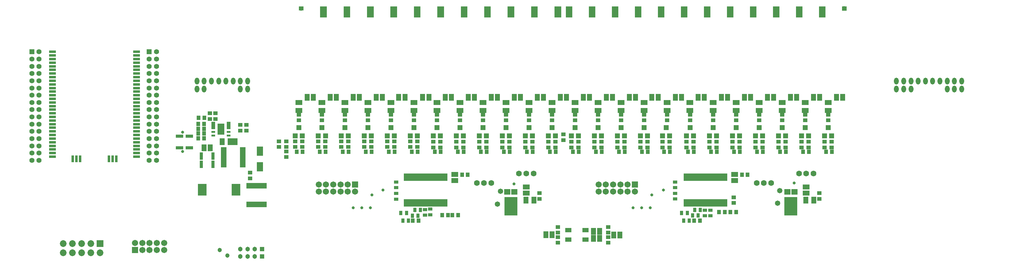
<source format=gts>
G04*
G04 #@! TF.GenerationSoftware,Altium Limited,Altium Designer,19.0.4 (130)*
G04*
G04 Layer_Color=8388736*
%FSAX25Y25*%
%MOIN*%
G70*
G01*
G75*
%ADD51R,0.11000X0.07800*%
%ADD52R,0.05600X0.07800*%
%ADD53R,0.06800X0.06312*%
%ADD54R,0.14028X0.19934*%
%ADD55R,0.04800X0.03800*%
%ADD56R,0.07800X0.05300*%
%ADD57R,0.05300X0.07800*%
%ADD58R,0.05200X0.07400*%
%ADD59R,0.07400X0.05200*%
%ADD60R,0.04600X0.04300*%
%ADD61R,0.04300X0.04600*%
%ADD62R,0.06800X0.04800*%
%ADD63R,0.04000X0.04700*%
%ADD64R,0.04700X0.04000*%
%ADD65R,0.03800X0.04800*%
%ADD66R,0.05300X0.05800*%
%ADD67R,0.07300X0.12001*%
%ADD68R,0.04300X0.02001*%
%ADD69R,0.06902X0.10052*%
%ADD70R,0.09461X0.12808*%
%ADD71R,0.03241X0.07965*%
%ADD72R,0.07965X0.03241*%
%ADD73R,0.02756X0.07480*%
%ADD74R,0.07480X0.03150*%
%ADD75R,0.07480X0.03150*%
%ADD76R,0.01981X0.07887*%
%ADD77R,0.22099X0.06036*%
%ADD78R,0.06036X0.22099*%
%ADD79C,0.06706*%
%ADD80R,0.06706X0.06706*%
%ADD81C,0.06312*%
%ADD82C,0.00394*%
%ADD83O,0.05118X0.07394*%
%ADD84C,0.07296*%
%ADD85R,0.07296X0.07296*%
%ADD86C,0.05131*%
%ADD87R,0.05131X0.05131*%
%ADD88C,0.05591*%
%ADD89R,0.05591X0.05591*%
%ADD90C,0.05800*%
%ADD91C,0.04700*%
%ADD92C,0.03300*%
G36*
X0317500Y0280000D02*
X0322500Y0280000D01*
X0322500Y0284500D01*
X0317500Y0284500D01*
X0317500Y0280000D01*
D02*
G37*
G36*
X0340800Y0272500D02*
X0347955Y0272500D01*
X0347955Y0284500D01*
X0340800Y0284500D01*
X0340800Y0272500D01*
D02*
G37*
G36*
X0366254D02*
X0373409Y0272500D01*
X0373409Y0284500D01*
X0366254Y0284500D01*
X0366254Y0272500D01*
D02*
G37*
G36*
X0391709D02*
X0398864Y0272500D01*
X0398864Y0284500D01*
X0391709Y0284500D01*
X0391709Y0272500D01*
D02*
G37*
G36*
X0417164D02*
X0424318Y0272500D01*
X0424318Y0284500D01*
X0417164Y0284500D01*
X0417164Y0272500D01*
D02*
G37*
G36*
X0442618D02*
X0449773Y0272500D01*
X0449773Y0284500D01*
X0442618Y0284500D01*
X0442618Y0272500D01*
D02*
G37*
G36*
X0468073D02*
X0475227Y0272500D01*
X0475227Y0284500D01*
X0468073Y0284500D01*
X0468073Y0272500D01*
D02*
G37*
G36*
X0493527D02*
X0500682Y0272500D01*
X0500682Y0284500D01*
X0493527Y0284500D01*
X0493527Y0272500D01*
D02*
G37*
G36*
X0518982D02*
X0526136Y0272500D01*
X0526136Y0284500D01*
X0518982Y0284500D01*
X0518982Y0272500D01*
D02*
G37*
G36*
X0544436D02*
X0551591Y0272500D01*
X0551591Y0284500D01*
X0544436Y0284500D01*
X0544436Y0272500D01*
D02*
G37*
G36*
X0569891D02*
X0577045Y0272500D01*
X0577045Y0284500D01*
X0569891Y0284500D01*
X0569891Y0272500D01*
D02*
G37*
G36*
X0595345D02*
X0602500Y0272500D01*
X0602500Y0284500D01*
X0595345Y0284500D01*
X0595345Y0272500D01*
D02*
G37*
G36*
X0614654Y0284500D02*
X0607500Y0284500D01*
X0607500Y0272500D01*
X0614655Y0272500D01*
X0614654Y0284500D01*
D02*
G37*
G36*
X0639654D02*
X0632500Y0284500D01*
X0632500Y0272500D01*
X0639655Y0272500D01*
X0639654Y0284500D01*
D02*
G37*
G36*
X0664654D02*
X0657500Y0284500D01*
X0657500Y0272500D01*
X0664655Y0272500D01*
X0664654Y0284500D01*
D02*
G37*
G36*
X0689654D02*
X0682500Y0284500D01*
X0682500Y0272500D01*
X0689655Y0272500D01*
X0689654Y0284500D01*
D02*
G37*
G36*
X0714654D02*
X0707500Y0284500D01*
X0707500Y0272500D01*
X0714655Y0272500D01*
X0714654Y0284500D01*
D02*
G37*
G36*
X0739654D02*
X0732500Y0284500D01*
X0732500Y0272500D01*
X0739655Y0272500D01*
X0739654Y0284500D01*
D02*
G37*
G36*
X0764654D02*
X0757500Y0284500D01*
X0757500Y0272500D01*
X0764655Y0272500D01*
X0764654Y0284500D01*
D02*
G37*
G36*
X0789654D02*
X0782500Y0284500D01*
X0782500Y0272500D01*
X0789655Y0272500D01*
X0789654Y0284500D01*
D02*
G37*
G36*
X0814655D02*
X0807500Y0284500D01*
X0807500Y0272500D01*
X0814655Y0272500D01*
X0814655Y0284500D01*
D02*
G37*
G36*
X0839655D02*
X0832500Y0284500D01*
X0832500Y0272500D01*
X0839655Y0272500D01*
X0839655Y0284500D01*
D02*
G37*
G36*
X0864655D02*
X0857500Y0284500D01*
X0857500Y0272500D01*
X0864655Y0272500D01*
X0864655Y0284500D01*
D02*
G37*
G36*
X0889655D02*
X0882500Y0284500D01*
X0882500Y0272500D01*
X0889655Y0272500D01*
X0889655Y0284500D01*
D02*
G37*
G36*
X0912500Y0284300D02*
X0907500Y0284300D01*
X0907500Y0279800D01*
X0912500Y0279800D01*
X0912500Y0284300D01*
D02*
G37*
D51*
X0245541Y0136952D02*
D03*
D52*
X0234241D02*
D03*
D53*
X0855946Y0082244D02*
D03*
X0848174D02*
D03*
X0551831Y0082244D02*
D03*
X0544060D02*
D03*
D54*
X0852060Y0066567D02*
D03*
X0547946Y0066567D02*
D03*
D55*
X0726250Y0086866D02*
D03*
Y0092966D02*
D03*
X0423300Y0086866D02*
D03*
Y0092966D02*
D03*
X0726366Y0074724D02*
D03*
Y0080823D02*
D03*
X0423300Y0080550D02*
D03*
Y0074450D02*
D03*
X0758600Y0056250D02*
D03*
Y0062350D02*
D03*
X0454800Y0063150D02*
D03*
Y0057050D02*
D03*
X0764500Y0056350D02*
D03*
Y0062450D02*
D03*
X0460433Y0063550D02*
D03*
Y0057450D02*
D03*
D56*
X0892500Y0170951D02*
D03*
Y0179781D02*
D03*
X0867500D02*
D03*
Y0170951D02*
D03*
X0842500D02*
D03*
Y0179781D02*
D03*
X0817500D02*
D03*
Y0170951D02*
D03*
X0792500D02*
D03*
Y0179781D02*
D03*
X0767500D02*
D03*
Y0170951D02*
D03*
X0742484D02*
D03*
Y0179781D02*
D03*
X0717500D02*
D03*
Y0170951D02*
D03*
X0692500D02*
D03*
Y0179781D02*
D03*
X0667500D02*
D03*
Y0170951D02*
D03*
X0642500D02*
D03*
Y0179781D02*
D03*
X0617500D02*
D03*
Y0170951D02*
D03*
X0592500D02*
D03*
Y0179781D02*
D03*
X0567500D02*
D03*
Y0170951D02*
D03*
X0542500D02*
D03*
Y0179781D02*
D03*
X0517500D02*
D03*
Y0170951D02*
D03*
X0492500D02*
D03*
Y0179781D02*
D03*
X0467500D02*
D03*
Y0170951D02*
D03*
X0442500D02*
D03*
Y0179781D02*
D03*
X0417500D02*
D03*
Y0170951D02*
D03*
X0392500D02*
D03*
Y0179781D02*
D03*
X0367500D02*
D03*
Y0170951D02*
D03*
X0342539Y0170974D02*
D03*
Y0179805D02*
D03*
X0317500Y0179781D02*
D03*
Y0170951D02*
D03*
D57*
X0877119Y0073366D02*
D03*
X0868288D02*
D03*
X0564174Y0073366D02*
D03*
X0573004D02*
D03*
D58*
X0333342Y0185500D02*
D03*
X0326658D02*
D03*
X0351658D02*
D03*
X0358342D02*
D03*
X0383342D02*
D03*
X0376658D02*
D03*
X0401658D02*
D03*
X0408342D02*
D03*
X0432842D02*
D03*
X0426158D02*
D03*
X0452158D02*
D03*
X0458842D02*
D03*
X0483342D02*
D03*
X0476658D02*
D03*
X0501658D02*
D03*
X0508342D02*
D03*
X0533342D02*
D03*
X0526658D02*
D03*
X0551658D02*
D03*
X0558342D02*
D03*
X0583342D02*
D03*
X0576658D02*
D03*
X0601658D02*
D03*
X0608342D02*
D03*
X0633342D02*
D03*
X0626658D02*
D03*
X0651658D02*
D03*
X0658342D02*
D03*
X0683342D02*
D03*
X0676658D02*
D03*
X0701158D02*
D03*
X0707842D02*
D03*
X0733342D02*
D03*
X0726658D02*
D03*
X0751395D02*
D03*
X0758078D02*
D03*
X0783342D02*
D03*
X0776658D02*
D03*
X0801658D02*
D03*
X0808342D02*
D03*
X0833342D02*
D03*
X0826658D02*
D03*
X0851658D02*
D03*
X0858342D02*
D03*
X0883342D02*
D03*
X0876658D02*
D03*
X0901658D02*
D03*
X0908342D02*
D03*
X0592542Y0035600D02*
D03*
X0585858D02*
D03*
X0666375Y0035500D02*
D03*
X0659691D02*
D03*
X0644442Y0031579D02*
D03*
X0637758D02*
D03*
Y0039421D02*
D03*
X0644442D02*
D03*
X0214566Y0130366D02*
D03*
X0221249D02*
D03*
D59*
X0791032Y0101208D02*
D03*
Y0094524D02*
D03*
X0487000Y0094524D02*
D03*
Y0101208D02*
D03*
X0868766Y0087708D02*
D03*
Y0081024D02*
D03*
X0564652Y0081024D02*
D03*
Y0087708D02*
D03*
D60*
X0304000Y0131266D02*
D03*
Y0137466D02*
D03*
X0313760D02*
D03*
Y0131266D02*
D03*
X0321240D02*
D03*
Y0137466D02*
D03*
X0338783Y0137490D02*
D03*
Y0131290D02*
D03*
X0346264D02*
D03*
Y0137490D02*
D03*
X0363760Y0137466D02*
D03*
Y0131266D02*
D03*
X0371240D02*
D03*
Y0137466D02*
D03*
X0388760D02*
D03*
Y0131266D02*
D03*
X0396240D02*
D03*
Y0137466D02*
D03*
X0413760D02*
D03*
Y0131266D02*
D03*
X0421240D02*
D03*
Y0137466D02*
D03*
X0438760D02*
D03*
Y0131266D02*
D03*
X0446240D02*
D03*
Y0137466D02*
D03*
X0463760Y0136966D02*
D03*
Y0130766D02*
D03*
X0471240D02*
D03*
Y0136966D02*
D03*
X0488760D02*
D03*
Y0130766D02*
D03*
X0892500Y0166466D02*
D03*
Y0160266D02*
D03*
X0867500D02*
D03*
Y0166466D02*
D03*
X0842500D02*
D03*
Y0160266D02*
D03*
X0817500D02*
D03*
Y0166466D02*
D03*
X0792500D02*
D03*
Y0160266D02*
D03*
X0767500D02*
D03*
Y0166466D02*
D03*
X0742500D02*
D03*
Y0160266D02*
D03*
X0717500D02*
D03*
Y0166466D02*
D03*
X0692500D02*
D03*
Y0160266D02*
D03*
X0667500D02*
D03*
Y0166466D02*
D03*
X0642500D02*
D03*
Y0160266D02*
D03*
X0617500D02*
D03*
Y0166466D02*
D03*
X0605000Y0138766D02*
D03*
Y0144966D02*
D03*
X0896240Y0136966D02*
D03*
Y0130766D02*
D03*
X0888760D02*
D03*
Y0136966D02*
D03*
X0871240D02*
D03*
Y0130766D02*
D03*
X0863760D02*
D03*
Y0136966D02*
D03*
X0846240D02*
D03*
Y0130766D02*
D03*
X0838760D02*
D03*
Y0136966D02*
D03*
X0821240D02*
D03*
Y0130766D02*
D03*
X0813760D02*
D03*
Y0136966D02*
D03*
X0796240D02*
D03*
Y0130766D02*
D03*
X0788760D02*
D03*
Y0136966D02*
D03*
X0771240D02*
D03*
Y0130766D02*
D03*
X0763760D02*
D03*
Y0136966D02*
D03*
X0746240D02*
D03*
Y0130766D02*
D03*
X0738760D02*
D03*
Y0136966D02*
D03*
X0720240D02*
D03*
Y0130766D02*
D03*
X0712760D02*
D03*
Y0136966D02*
D03*
X0696240D02*
D03*
Y0130766D02*
D03*
X0688760D02*
D03*
Y0136966D02*
D03*
X0671240D02*
D03*
Y0130766D02*
D03*
X0663760D02*
D03*
Y0136966D02*
D03*
X0646240D02*
D03*
Y0130766D02*
D03*
X0638760D02*
D03*
Y0136966D02*
D03*
X0621240D02*
D03*
Y0130766D02*
D03*
X0613760D02*
D03*
Y0136966D02*
D03*
X0592500Y0160266D02*
D03*
Y0166466D02*
D03*
X0567500D02*
D03*
Y0160266D02*
D03*
X0542500D02*
D03*
Y0166466D02*
D03*
X0517500D02*
D03*
Y0160266D02*
D03*
X0492500D02*
D03*
Y0166466D02*
D03*
X0467500D02*
D03*
Y0160266D02*
D03*
X0442500D02*
D03*
Y0166466D02*
D03*
X0417500D02*
D03*
Y0160266D02*
D03*
X0392500D02*
D03*
Y0166466D02*
D03*
X0367500D02*
D03*
Y0160266D02*
D03*
X0342524Y0160290D02*
D03*
Y0166490D02*
D03*
X0317500Y0166466D02*
D03*
Y0160266D02*
D03*
X0296000Y0137431D02*
D03*
Y0131231D02*
D03*
X0596240Y0130766D02*
D03*
Y0136966D02*
D03*
X0588760D02*
D03*
Y0130766D02*
D03*
X0571240D02*
D03*
Y0136966D02*
D03*
X0563760D02*
D03*
Y0130766D02*
D03*
X0546240D02*
D03*
Y0136966D02*
D03*
X0538760D02*
D03*
Y0130766D02*
D03*
X0521240D02*
D03*
Y0136966D02*
D03*
X0513760D02*
D03*
Y0130766D02*
D03*
X0496240D02*
D03*
Y0136966D02*
D03*
X0790000Y0070240D02*
D03*
Y0076440D02*
D03*
X0598948Y0033100D02*
D03*
Y0026900D02*
D03*
Y0044100D02*
D03*
Y0037900D02*
D03*
X0883114Y0080966D02*
D03*
Y0074766D02*
D03*
X0579000Y0074766D02*
D03*
Y0080966D02*
D03*
X0653600Y0026900D02*
D03*
Y0033100D02*
D03*
Y0044100D02*
D03*
Y0037900D02*
D03*
X0264608Y0103302D02*
D03*
Y0097102D02*
D03*
X0260608Y0155210D02*
D03*
Y0149010D02*
D03*
X0253841D02*
D03*
Y0155210D02*
D03*
X0221150Y0161771D02*
D03*
Y0167971D02*
D03*
X0227000Y0161771D02*
D03*
Y0167971D02*
D03*
D61*
X0805108Y0100967D02*
D03*
X0798908D02*
D03*
X0494876Y0100967D02*
D03*
X0501077D02*
D03*
X0747000Y0051000D02*
D03*
X0753200D02*
D03*
X0447500D02*
D03*
X0441300D02*
D03*
X0780300Y0060500D02*
D03*
X0774100D02*
D03*
X0473400Y0057000D02*
D03*
X0479600D02*
D03*
X0792600Y0060500D02*
D03*
X0786400D02*
D03*
X0484400Y0057000D02*
D03*
X0490600D02*
D03*
X0214622Y0140752D02*
D03*
X0208422D02*
D03*
Y0156209D02*
D03*
X0214622D02*
D03*
X0208422Y0145972D02*
D03*
X0214622D02*
D03*
D62*
X0610301Y0040650D02*
D03*
Y0030350D02*
D03*
X0628899D02*
D03*
Y0040650D02*
D03*
D63*
X0890290Y0125866D02*
D03*
X0896590D02*
D03*
X0871590D02*
D03*
X0865290D02*
D03*
X0840290D02*
D03*
X0846590D02*
D03*
X0821590D02*
D03*
X0815290D02*
D03*
X0790290D02*
D03*
X0796590D02*
D03*
X0771590D02*
D03*
X0765290D02*
D03*
X0740290D02*
D03*
X0746590D02*
D03*
X0720590D02*
D03*
X0714290D02*
D03*
X0690290D02*
D03*
X0696590D02*
D03*
X0671590D02*
D03*
X0665290D02*
D03*
X0640290D02*
D03*
X0646590D02*
D03*
X0621590D02*
D03*
X0615290D02*
D03*
X0590290D02*
D03*
X0596590D02*
D03*
X0571590D02*
D03*
X0565290D02*
D03*
X0540290D02*
D03*
X0546590D02*
D03*
X0521590D02*
D03*
X0515290D02*
D03*
X0490290D02*
D03*
X0496590D02*
D03*
X0471590D02*
D03*
X0465290D02*
D03*
X0440290D02*
D03*
X0446590D02*
D03*
X0421590D02*
D03*
X0415290D02*
D03*
X0390290D02*
D03*
X0396590D02*
D03*
X0371590D02*
D03*
X0365290D02*
D03*
X0340314Y0125890D02*
D03*
X0346614D02*
D03*
X0321590Y0125866D02*
D03*
X0315290D02*
D03*
X0214672Y0151091D02*
D03*
X0208372D02*
D03*
X0208722Y0163000D02*
D03*
X0215022D02*
D03*
D64*
X0304000Y0120198D02*
D03*
Y0126498D02*
D03*
D65*
X0751350Y0056700D02*
D03*
X0745250D02*
D03*
X0441041Y0056376D02*
D03*
X0447141D02*
D03*
X0735667Y0051000D02*
D03*
X0741767D02*
D03*
X0436767D02*
D03*
X0430667D02*
D03*
X0733450Y0059500D02*
D03*
X0739550D02*
D03*
X0434550D02*
D03*
X0428450D02*
D03*
X0747714Y0062566D02*
D03*
X0753814D02*
D03*
X0449700Y0062566D02*
D03*
X0443600D02*
D03*
D66*
X0313510Y0143339D02*
D03*
X0321490D02*
D03*
X0317500Y0152394D02*
D03*
X0342524Y0152417D02*
D03*
X0346514Y0143362D02*
D03*
X0338533D02*
D03*
X0363510Y0143339D02*
D03*
X0371490D02*
D03*
X0367500Y0152394D02*
D03*
X0892500D02*
D03*
X0896490Y0143339D02*
D03*
X0888510D02*
D03*
X0863510D02*
D03*
X0871490D02*
D03*
X0867500Y0152394D02*
D03*
X0842500D02*
D03*
X0846490Y0143339D02*
D03*
X0838510D02*
D03*
X0813510D02*
D03*
X0821490D02*
D03*
X0817500Y0152394D02*
D03*
X0792500D02*
D03*
X0796490Y0143339D02*
D03*
X0788510D02*
D03*
X0763510D02*
D03*
X0771490D02*
D03*
X0767500Y0152394D02*
D03*
X0742500D02*
D03*
X0746490Y0143339D02*
D03*
X0738510D02*
D03*
X0712510D02*
D03*
X0720490D02*
D03*
X0716500Y0152394D02*
D03*
X0692500D02*
D03*
X0696490Y0143339D02*
D03*
X0688510D02*
D03*
X0663510D02*
D03*
X0671490D02*
D03*
X0667500Y0152394D02*
D03*
X0642500D02*
D03*
X0646490Y0143339D02*
D03*
X0638510D02*
D03*
X0613510D02*
D03*
X0621490D02*
D03*
X0617500Y0152394D02*
D03*
X0592500D02*
D03*
X0596490Y0143339D02*
D03*
X0588510D02*
D03*
X0563510D02*
D03*
X0571490D02*
D03*
X0567500Y0152394D02*
D03*
X0542500D02*
D03*
X0546490Y0143339D02*
D03*
X0538510D02*
D03*
X0513510D02*
D03*
X0521490D02*
D03*
X0517500Y0152394D02*
D03*
X0492500D02*
D03*
X0496490Y0143339D02*
D03*
X0488510D02*
D03*
X0463510D02*
D03*
X0471490D02*
D03*
X0467500Y0152394D02*
D03*
X0442500D02*
D03*
X0446490Y0143339D02*
D03*
X0438510D02*
D03*
X0413510D02*
D03*
X0421490D02*
D03*
X0417500Y0152394D02*
D03*
X0392500D02*
D03*
X0396490Y0143339D02*
D03*
X0388510D02*
D03*
D67*
X0233108Y0150697D02*
D03*
D68*
X0224813Y0143807D02*
D03*
Y0147744D02*
D03*
Y0151681D02*
D03*
Y0153650D02*
D03*
Y0155618D02*
D03*
Y0157587D02*
D03*
X0241404D02*
D03*
Y0155618D02*
D03*
Y0153650D02*
D03*
Y0151681D02*
D03*
Y0147744D02*
D03*
Y0143807D02*
D03*
D69*
X0275300Y0109766D02*
D03*
Y0126695D02*
D03*
D70*
X0212738Y0084555D02*
D03*
X0249352D02*
D03*
D71*
X0224207Y0112266D02*
D03*
X0211608D02*
D03*
X0224207Y0121500D02*
D03*
X0211608D02*
D03*
D72*
X0187976Y0130453D02*
D03*
Y0143051D02*
D03*
X0198659D02*
D03*
Y0130453D02*
D03*
D73*
X0111417Y0118339D02*
D03*
X0115354D02*
D03*
X0119291D02*
D03*
X0079921D02*
D03*
X0075984D02*
D03*
X0072047D02*
D03*
D74*
X0050000Y0136449D02*
D03*
Y0132512D02*
D03*
Y0128575D02*
D03*
Y0124638D02*
D03*
Y0120701D02*
D03*
Y0230937D02*
D03*
Y0227000D02*
D03*
Y0223063D02*
D03*
Y0219126D02*
D03*
Y0215189D02*
D03*
Y0211252D02*
D03*
Y0187630D02*
D03*
Y0191567D02*
D03*
Y0195504D02*
D03*
Y0199441D02*
D03*
Y0203378D02*
D03*
Y0207315D02*
D03*
Y0164008D02*
D03*
Y0167945D02*
D03*
Y0171882D02*
D03*
Y0175819D02*
D03*
Y0179756D02*
D03*
Y0183693D02*
D03*
Y0140386D02*
D03*
Y0144323D02*
D03*
Y0148260D02*
D03*
Y0152197D02*
D03*
Y0156134D02*
D03*
Y0160071D02*
D03*
X0141339D02*
D03*
Y0156134D02*
D03*
Y0152197D02*
D03*
Y0148260D02*
D03*
Y0144323D02*
D03*
Y0140386D02*
D03*
Y0183693D02*
D03*
Y0179756D02*
D03*
Y0175819D02*
D03*
Y0171882D02*
D03*
Y0167945D02*
D03*
Y0164008D02*
D03*
Y0207315D02*
D03*
Y0203378D02*
D03*
Y0199441D02*
D03*
Y0195504D02*
D03*
Y0191567D02*
D03*
Y0187630D02*
D03*
Y0211252D02*
D03*
Y0215189D02*
D03*
Y0219126D02*
D03*
Y0223063D02*
D03*
Y0227000D02*
D03*
Y0230937D02*
D03*
Y0234874D02*
D03*
Y0120701D02*
D03*
Y0124638D02*
D03*
Y0128575D02*
D03*
Y0132512D02*
D03*
Y0136449D02*
D03*
D75*
X0050000Y0234874D02*
D03*
D76*
X0478079Y0098343D02*
D03*
X0476110D02*
D03*
X0474142D02*
D03*
X0472173D02*
D03*
X0470205D02*
D03*
X0468236D02*
D03*
X0466268D02*
D03*
X0464299D02*
D03*
X0462331D02*
D03*
X0460362D02*
D03*
X0458394D02*
D03*
X0456425D02*
D03*
X0454457D02*
D03*
X0452488D02*
D03*
X0450520D02*
D03*
X0448551D02*
D03*
X0446583D02*
D03*
X0444614D02*
D03*
X0442646D02*
D03*
X0440677D02*
D03*
X0438709D02*
D03*
X0436740D02*
D03*
X0434772D02*
D03*
X0432803D02*
D03*
Y0070390D02*
D03*
X0434772D02*
D03*
X0436740D02*
D03*
X0438709D02*
D03*
X0440677D02*
D03*
X0442646D02*
D03*
X0444614D02*
D03*
X0446583D02*
D03*
X0448551D02*
D03*
X0450520D02*
D03*
X0452488D02*
D03*
X0454457D02*
D03*
X0456425D02*
D03*
X0458394D02*
D03*
X0460362D02*
D03*
X0462331D02*
D03*
X0464299D02*
D03*
X0466268D02*
D03*
X0468236D02*
D03*
X0470205D02*
D03*
X0472173D02*
D03*
X0474142D02*
D03*
X0476110D02*
D03*
X0478079D02*
D03*
X0782079D02*
D03*
X0780110D02*
D03*
X0778142D02*
D03*
X0776173D02*
D03*
X0774205D02*
D03*
X0772236D02*
D03*
X0770268D02*
D03*
X0768299D02*
D03*
X0766331D02*
D03*
X0764362D02*
D03*
X0762394D02*
D03*
X0760425D02*
D03*
X0758457D02*
D03*
X0756488D02*
D03*
X0754520D02*
D03*
X0752551D02*
D03*
X0750583D02*
D03*
X0748614D02*
D03*
X0746646D02*
D03*
X0744677D02*
D03*
X0742709D02*
D03*
X0740740D02*
D03*
X0738772D02*
D03*
X0736803D02*
D03*
Y0098343D02*
D03*
X0738772D02*
D03*
X0740740D02*
D03*
X0742709D02*
D03*
X0744677D02*
D03*
X0746646D02*
D03*
X0748614D02*
D03*
X0750583D02*
D03*
X0752551D02*
D03*
X0754520D02*
D03*
X0756488D02*
D03*
X0758457D02*
D03*
X0760425D02*
D03*
X0762394D02*
D03*
X0764362D02*
D03*
X0766331D02*
D03*
X0768299D02*
D03*
X0770268D02*
D03*
X0772236D02*
D03*
X0774205D02*
D03*
X0776173D02*
D03*
X0778142D02*
D03*
X0780110D02*
D03*
X0782079D02*
D03*
D77*
X0271634Y0068669D02*
D03*
Y0089063D02*
D03*
D78*
X0236144Y0120110D02*
D03*
X0256537D02*
D03*
D79*
X0171234Y0026800D02*
D03*
Y0018926D02*
D03*
X0163360Y0026800D02*
D03*
Y0018926D02*
D03*
X0155486Y0026800D02*
D03*
Y0018926D02*
D03*
X0147612Y0026800D02*
D03*
Y0018926D02*
D03*
X0139737Y0026800D02*
D03*
X0643252Y0082626D02*
D03*
Y0090500D02*
D03*
X0651126Y0082626D02*
D03*
Y0090500D02*
D03*
X0659000Y0082626D02*
D03*
Y0090500D02*
D03*
X0666874Y0082626D02*
D03*
Y0090500D02*
D03*
X0674748Y0082626D02*
D03*
Y0090500D02*
D03*
X0682622Y0082626D02*
D03*
X0339252D02*
D03*
Y0090500D02*
D03*
X0347126Y0082626D02*
D03*
Y0090500D02*
D03*
X0355000Y0082626D02*
D03*
Y0090500D02*
D03*
X0362874Y0082626D02*
D03*
Y0090500D02*
D03*
X0370748Y0082626D02*
D03*
Y0090500D02*
D03*
X0378622Y0082626D02*
D03*
D80*
X0139737Y0018926D02*
D03*
X0682622Y0090500D02*
D03*
X0378622D02*
D03*
D81*
X0860892Y0102366D02*
D03*
X0868766D02*
D03*
X0876640D02*
D03*
X0814863Y0092000D02*
D03*
X0822737D02*
D03*
X0830611D02*
D03*
X0510863D02*
D03*
X0518737D02*
D03*
X0526611D02*
D03*
X0556778Y0102366D02*
D03*
X0564652D02*
D03*
X0572526D02*
D03*
D82*
X0273216Y0199366D02*
D03*
X0195657D02*
D03*
X1048882Y0199366D02*
D03*
X0955575D02*
D03*
X1078740Y0019685D02*
D03*
X1078740Y0271654D02*
D03*
X0019685Y0019685D02*
D03*
Y0271654D02*
D03*
D83*
X0261996Y0194248D02*
D03*
X0254122D02*
D03*
X0214752D02*
D03*
X0206878D02*
D03*
Y0202909D02*
D03*
X0214752D02*
D03*
X0222626D02*
D03*
X0230500D02*
D03*
X0238374D02*
D03*
X0246248D02*
D03*
X0254122D02*
D03*
X0261996D02*
D03*
X0966795Y0194248D02*
D03*
X0982543D02*
D03*
X0974669D02*
D03*
X0966795Y0202909D02*
D03*
X0974669D02*
D03*
X0982543D02*
D03*
X0998291D02*
D03*
X0990417D02*
D03*
X1014039D02*
D03*
X1006165D02*
D03*
X1037661D02*
D03*
X1029787D02*
D03*
X1021913D02*
D03*
X1029787Y0194248D02*
D03*
X1037661D02*
D03*
X1021913D02*
D03*
D84*
X0061700Y0016000D02*
D03*
Y0026000D02*
D03*
X0071700Y0016000D02*
D03*
Y0026000D02*
D03*
X0081700Y0016000D02*
D03*
Y0026000D02*
D03*
X0091700Y0016000D02*
D03*
Y0026000D02*
D03*
X0101700Y0016000D02*
D03*
D85*
Y0026000D02*
D03*
D86*
X0253986Y0020000D02*
D03*
X0261860D02*
D03*
X0269734D02*
D03*
X0253986Y0012126D02*
D03*
X0261860D02*
D03*
X0269734D02*
D03*
D87*
X0277608Y0020000D02*
D03*
Y0012126D02*
D03*
D88*
X0027500Y0116764D02*
D03*
Y0124638D02*
D03*
Y0132512D02*
D03*
Y0140386D02*
D03*
Y0148260D02*
D03*
Y0156134D02*
D03*
Y0164008D02*
D03*
Y0171882D02*
D03*
Y0179756D02*
D03*
Y0187630D02*
D03*
Y0195504D02*
D03*
Y0203378D02*
D03*
Y0211252D02*
D03*
Y0219126D02*
D03*
Y0227000D02*
D03*
X0035374Y0116764D02*
D03*
Y0124638D02*
D03*
Y0132512D02*
D03*
Y0140386D02*
D03*
Y0148260D02*
D03*
Y0156134D02*
D03*
Y0164008D02*
D03*
Y0171882D02*
D03*
Y0179756D02*
D03*
Y0187630D02*
D03*
Y0195504D02*
D03*
Y0203378D02*
D03*
Y0211252D02*
D03*
Y0219126D02*
D03*
Y0227000D02*
D03*
Y0234874D02*
D03*
X0162874D02*
D03*
Y0227000D02*
D03*
Y0219126D02*
D03*
Y0211252D02*
D03*
Y0203378D02*
D03*
Y0195504D02*
D03*
Y0187630D02*
D03*
Y0179756D02*
D03*
Y0171882D02*
D03*
Y0164008D02*
D03*
Y0156134D02*
D03*
Y0148260D02*
D03*
Y0140386D02*
D03*
Y0132512D02*
D03*
Y0124638D02*
D03*
Y0116764D02*
D03*
X0155000Y0227000D02*
D03*
Y0219126D02*
D03*
Y0211252D02*
D03*
Y0203378D02*
D03*
Y0195504D02*
D03*
Y0187630D02*
D03*
Y0179756D02*
D03*
Y0171882D02*
D03*
Y0164008D02*
D03*
Y0156134D02*
D03*
Y0148260D02*
D03*
Y0140386D02*
D03*
Y0132512D02*
D03*
Y0124638D02*
D03*
Y0116764D02*
D03*
D89*
X0027500Y0234874D02*
D03*
X0155000D02*
D03*
D90*
X0840000Y0083600D02*
D03*
X0536615Y0082900D02*
D03*
X0837596Y0069874D02*
D03*
X0533196Y0069000D02*
D03*
D91*
X0231500Y0018913D02*
D03*
X0240000Y0013000D02*
D03*
X0761454Y0282000D02*
D03*
X0910000Y0282300D02*
D03*
X0886454Y0282000D02*
D03*
X0861500Y0281866D02*
D03*
X0836454Y0282000D02*
D03*
X0811454D02*
D03*
X0786454D02*
D03*
X0736500Y0281866D02*
D03*
X0711454Y0282000D02*
D03*
X0686454D02*
D03*
X0611454D02*
D03*
X0636454D02*
D03*
X0661454D02*
D03*
X0598545D02*
D03*
X0573091D02*
D03*
X0547636D02*
D03*
X0522182D02*
D03*
X0496727D02*
D03*
X0471273D02*
D03*
X0445818D02*
D03*
X0420341Y0281866D02*
D03*
X0394909Y0282000D02*
D03*
X0369455D02*
D03*
X0344000D02*
D03*
X0320000D02*
D03*
D92*
X0385876Y0064940D02*
D03*
X0376700D02*
D03*
X0395300D02*
D03*
X0397000Y0079000D02*
D03*
X0409000Y0084300D02*
D03*
X0701000Y0079000D02*
D03*
X0713800Y0084300D02*
D03*
X0680700Y0064940D02*
D03*
X0689876D02*
D03*
X0699300D02*
D03*
X0191476Y0147188D02*
D03*
Y0126316D02*
D03*
X0855682Y0091957D02*
D03*
X0551446Y0090866D02*
D03*
M02*

</source>
